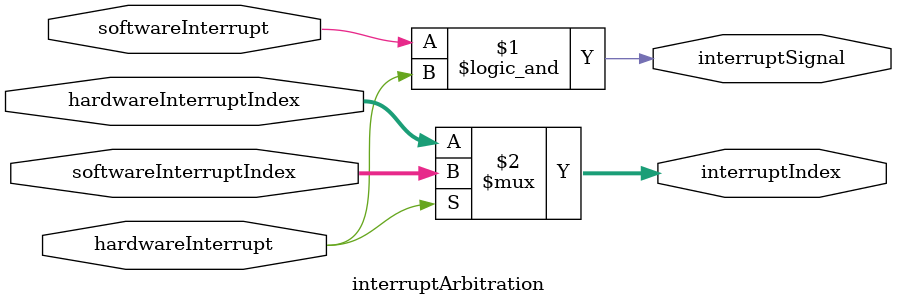
<source format=v>
module interruptArbitration(
  input hardwareInterrupt,
  input [3:0] hardwareInterruptIndex,
  input softwareInterrupt,
  input [3:0] softwareInterruptIndex,
  output interruptSignal,
  output [3:0] interruptIndex
);

assign interruptSignal = softwareInterrupt && hardwareInterrupt;
assign interruptIndex = hardwareInterrupt? softwareInterruptIndex : hardwareInterruptIndex;

endmodule

</source>
